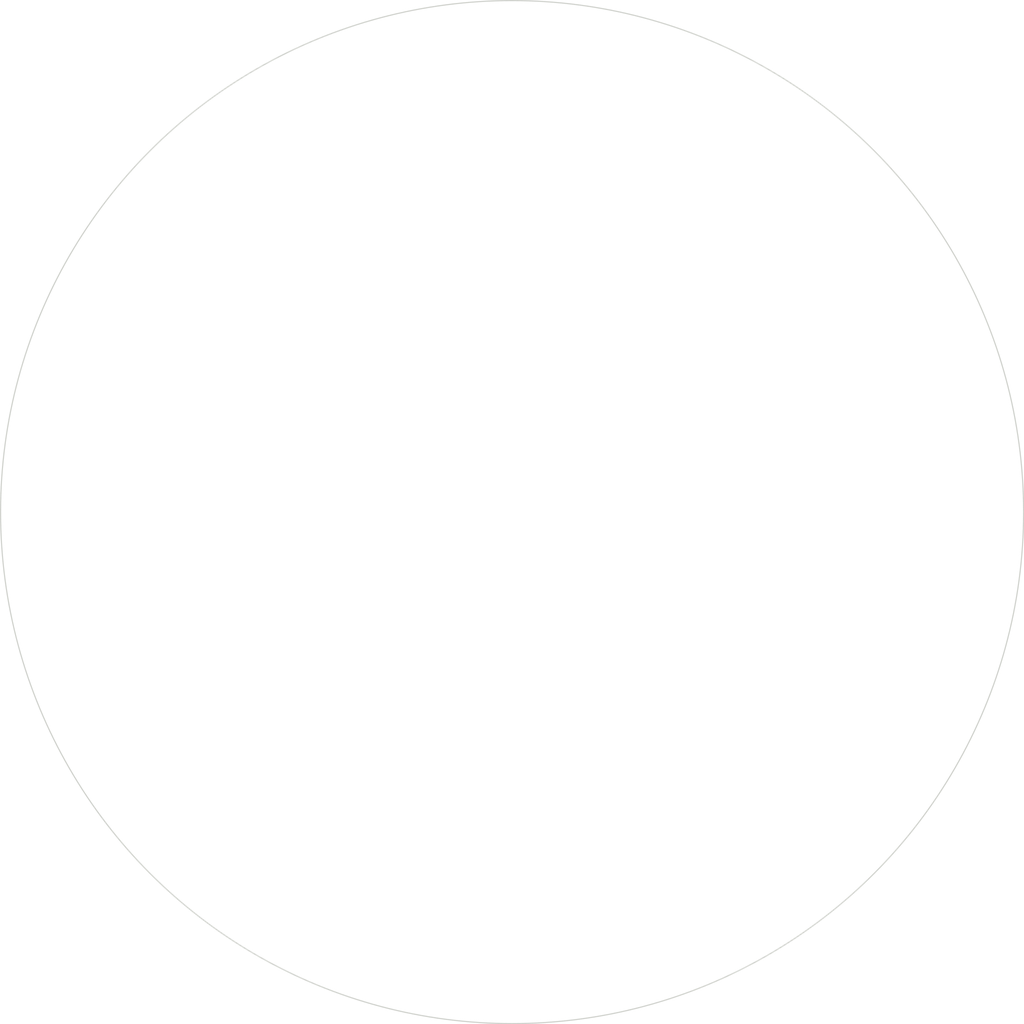
<source format=kicad_pcb>
(kicad_pcb (version 20171130) (host pcbnew "(5.0.0-3-g5ebb6b6)")

  (general
    (thickness 1.6)
    (drawings 1)
    (tracks 0)
    (zones 0)
    (modules 0)
    (nets 1)
  )

  (page A4)
  (layers
    (0 F.Cu signal)
    (31 B.Cu signal)
    (32 B.Adhes user)
    (33 F.Adhes user)
    (34 B.Paste user)
    (35 F.Paste user)
    (36 B.SilkS user)
    (37 F.SilkS user)
    (38 B.Mask user)
    (39 F.Mask user)
    (40 Dwgs.User user)
    (41 Cmts.User user)
    (42 Eco1.User user)
    (43 Eco2.User user)
    (44 Edge.Cuts user)
    (45 Margin user)
    (46 B.CrtYd user)
    (47 F.CrtYd user)
    (48 B.Fab user)
    (49 F.Fab user)
  )

  (setup
    (last_trace_width 0.25)
    (trace_clearance 0.2)
    (zone_clearance 0.508)
    (zone_45_only no)
    (trace_min 0.2)
    (segment_width 0.2)
    (edge_width 0.15)
    (via_size 0.8)
    (via_drill 0.4)
    (via_min_size 0.4)
    (via_min_drill 0.3)
    (uvia_size 0.3)
    (uvia_drill 0.1)
    (uvias_allowed no)
    (uvia_min_size 0.2)
    (uvia_min_drill 0.1)
    (pcb_text_width 0.3)
    (pcb_text_size 1.5 1.5)
    (mod_edge_width 0.15)
    (mod_text_size 1 1)
    (mod_text_width 0.15)
    (pad_size 1.524 1.524)
    (pad_drill 0.762)
    (pad_to_mask_clearance 0.2)
    (aux_axis_origin 0 0)
    (visible_elements FFFFFF7F)
    (pcbplotparams
      (layerselection 0x010fc_ffffffff)
      (usegerberextensions false)
      (usegerberattributes false)
      (usegerberadvancedattributes false)
      (creategerberjobfile false)
      (excludeedgelayer true)
      (linewidth 0.100000)
      (plotframeref false)
      (viasonmask false)
      (mode 1)
      (useauxorigin false)
      (hpglpennumber 1)
      (hpglpenspeed 20)
      (hpglpendiameter 15.000000)
      (psnegative false)
      (psa4output false)
      (plotreference true)
      (plotvalue true)
      (plotinvisibletext false)
      (padsonsilk false)
      (subtractmaskfromsilk false)
      (outputformat 1)
      (mirror false)
      (drillshape 1)
      (scaleselection 1)
      (outputdirectory ""))
  )

  (net 0 "")

  (net_class Default "This is the default net class."
    (clearance 0.2)
    (trace_width 0.25)
    (via_dia 0.8)
    (via_drill 0.4)
    (uvia_dia 0.3)
    (uvia_drill 0.1)
  )

  (gr_circle (center 107.315 101.6) (end 40.64 101.6) (layer Edge.Cuts) (width 0.15))

)

</source>
